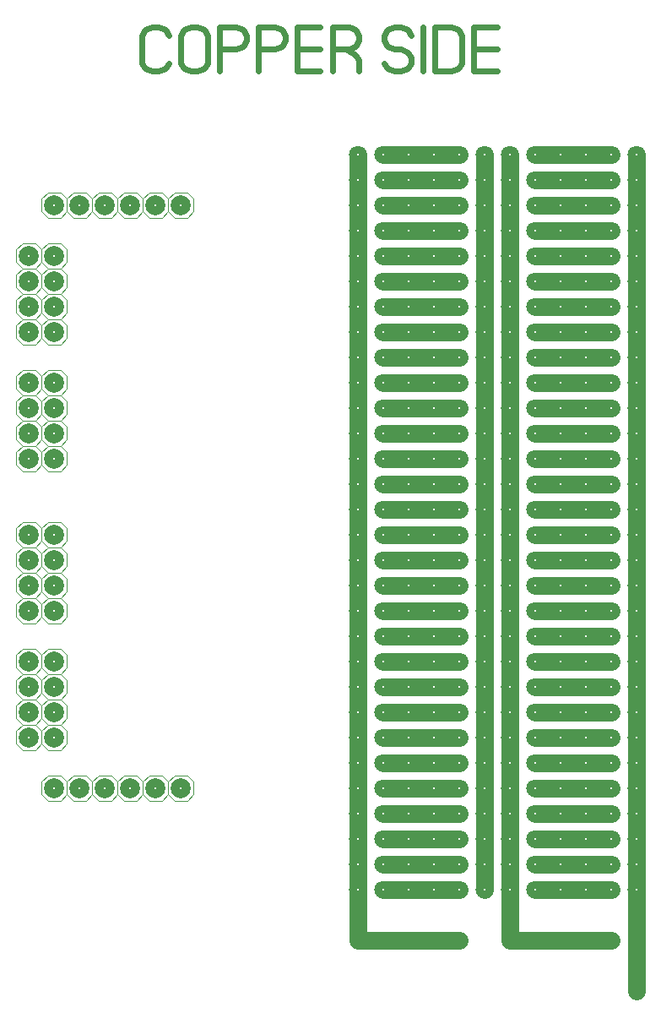
<source format=gbr>
%FSLAX32Y32*%
%MOMM*%
%LNCOPPER2*%
G71*
G01*
%ADD10C, 1.80*%
%ADD11C, 1.80*%
%ADD12C, 1.80*%
%ADD13C, 0.10*%
%ADD14C, 2.00*%
%ADD15C, 0.56*%
%ADD16C, 0.30*%
%LPD*%
X6604Y10474D02*
G54D10*
D03*
X6604Y10220D02*
G54D10*
D03*
X6604Y9966D02*
G54D10*
D03*
X6604Y9712D02*
G54D10*
D03*
X6604Y9458D02*
G54D10*
D03*
X6604Y9204D02*
G54D10*
D03*
X6604Y8950D02*
G54D10*
D03*
X6604Y8696D02*
G54D10*
D03*
X6604Y8442D02*
G54D10*
D03*
X6604Y8188D02*
G54D10*
D03*
X6604Y7934D02*
G54D10*
D03*
X6604Y7680D02*
G54D10*
D03*
X6604Y7426D02*
G54D10*
D03*
X6604Y7172D02*
G54D10*
D03*
X6604Y6918D02*
G54D10*
D03*
X6604Y6664D02*
G54D10*
D03*
X6604Y6410D02*
G54D10*
D03*
X6604Y6156D02*
G54D10*
D03*
X6604Y5902D02*
G54D10*
D03*
X6604Y5648D02*
G54D10*
D03*
X6604Y5394D02*
G54D10*
D03*
X6604Y5140D02*
G54D10*
D03*
X6604Y4886D02*
G54D10*
D03*
X6604Y4632D02*
G54D10*
D03*
X6604Y4378D02*
G54D10*
D03*
X6604Y4124D02*
G54D10*
D03*
X6604Y3870D02*
G54D10*
D03*
X6604Y3616D02*
G54D10*
D03*
X6604Y3362D02*
G54D10*
D03*
X6604Y3108D02*
G54D10*
D03*
X6858Y10474D02*
G54D10*
D03*
X6858Y10220D02*
G54D10*
D03*
X6858Y9966D02*
G54D10*
D03*
X6858Y9712D02*
G54D10*
D03*
X6858Y9458D02*
G54D10*
D03*
X6858Y9204D02*
G54D10*
D03*
X6858Y8950D02*
G54D10*
D03*
X6858Y8696D02*
G54D10*
D03*
X6858Y8442D02*
G54D10*
D03*
X6858Y8188D02*
G54D10*
D03*
X6858Y7934D02*
G54D10*
D03*
X6858Y7680D02*
G54D10*
D03*
X6858Y7426D02*
G54D10*
D03*
X6858Y7172D02*
G54D10*
D03*
X6858Y6918D02*
G54D10*
D03*
X6858Y6664D02*
G54D10*
D03*
X6858Y6410D02*
G54D10*
D03*
X6858Y6156D02*
G54D10*
D03*
X6858Y5902D02*
G54D10*
D03*
X6858Y5648D02*
G54D10*
D03*
X6858Y5394D02*
G54D10*
D03*
X6858Y5140D02*
G54D10*
D03*
X6858Y4886D02*
G54D10*
D03*
X6858Y4632D02*
G54D10*
D03*
X6858Y4378D02*
G54D10*
D03*
X6858Y4124D02*
G54D10*
D03*
X6858Y3870D02*
G54D10*
D03*
X6858Y3616D02*
G54D10*
D03*
X6858Y3362D02*
G54D10*
D03*
X6858Y3108D02*
G54D10*
D03*
G54D11*
X6604Y10476D02*
X6604Y3110D01*
G54D11*
X6858Y10476D02*
X6858Y3110D01*
X6350Y10476D02*
G54D12*
D03*
X6096Y10476D02*
G54D12*
D03*
X5842Y10476D02*
G54D12*
D03*
X5588Y10476D02*
G54D12*
D03*
G54D11*
X5588Y10476D02*
X6350Y10476D01*
X6350Y10222D02*
G54D12*
D03*
X6096Y10222D02*
G54D12*
D03*
X5842Y10222D02*
G54D12*
D03*
X5588Y10222D02*
G54D12*
D03*
G54D11*
X5588Y10222D02*
X6350Y10222D01*
X6350Y9968D02*
G54D12*
D03*
X6096Y9968D02*
G54D12*
D03*
X5842Y9968D02*
G54D12*
D03*
X5588Y9968D02*
G54D12*
D03*
G54D11*
X5588Y9968D02*
X6350Y9968D01*
X6350Y9714D02*
G54D12*
D03*
X6096Y9714D02*
G54D12*
D03*
X5842Y9714D02*
G54D12*
D03*
X5588Y9714D02*
G54D12*
D03*
G54D11*
X5588Y9714D02*
X6350Y9714D01*
X6350Y9460D02*
G54D12*
D03*
X6096Y9460D02*
G54D12*
D03*
X5842Y9460D02*
G54D12*
D03*
X5588Y9460D02*
G54D12*
D03*
G54D11*
X5588Y9460D02*
X6350Y9460D01*
X6350Y9206D02*
G54D12*
D03*
X6096Y9206D02*
G54D12*
D03*
X5842Y9206D02*
G54D12*
D03*
X5588Y9206D02*
G54D12*
D03*
G54D11*
X5588Y9206D02*
X6350Y9206D01*
X6350Y8952D02*
G54D12*
D03*
X6096Y8952D02*
G54D12*
D03*
X5842Y8952D02*
G54D12*
D03*
X5588Y8952D02*
G54D12*
D03*
G54D11*
X5588Y8952D02*
X6350Y8952D01*
X6350Y8698D02*
G54D12*
D03*
X6096Y8698D02*
G54D12*
D03*
X5842Y8698D02*
G54D12*
D03*
X5588Y8698D02*
G54D12*
D03*
G54D11*
X5588Y8698D02*
X6350Y8698D01*
X6350Y8444D02*
G54D12*
D03*
X6096Y8444D02*
G54D12*
D03*
X5842Y8444D02*
G54D12*
D03*
X5588Y8444D02*
G54D12*
D03*
G54D11*
X5588Y8444D02*
X6350Y8444D01*
X6350Y8190D02*
G54D12*
D03*
X6096Y8190D02*
G54D12*
D03*
X5842Y8190D02*
G54D12*
D03*
X5588Y8190D02*
G54D12*
D03*
G54D11*
X5588Y8190D02*
X6350Y8190D01*
X6350Y7936D02*
G54D12*
D03*
X6096Y7936D02*
G54D12*
D03*
X5842Y7936D02*
G54D12*
D03*
X5588Y7936D02*
G54D12*
D03*
G54D11*
X5588Y7936D02*
X6350Y7936D01*
X6350Y7682D02*
G54D12*
D03*
X6096Y7682D02*
G54D12*
D03*
X5842Y7682D02*
G54D12*
D03*
X5588Y7682D02*
G54D12*
D03*
G54D11*
X5588Y7682D02*
X6350Y7682D01*
X6350Y7428D02*
G54D12*
D03*
X6096Y7428D02*
G54D12*
D03*
X5842Y7428D02*
G54D12*
D03*
X5588Y7428D02*
G54D12*
D03*
G54D11*
X5588Y7428D02*
X6350Y7428D01*
X6350Y7174D02*
G54D12*
D03*
X6096Y7174D02*
G54D12*
D03*
X5842Y7174D02*
G54D12*
D03*
X5588Y7174D02*
G54D12*
D03*
G54D11*
X5588Y7174D02*
X6350Y7174D01*
X6350Y6920D02*
G54D12*
D03*
X6096Y6920D02*
G54D12*
D03*
X5842Y6920D02*
G54D12*
D03*
X5588Y6920D02*
G54D12*
D03*
G54D11*
X5588Y6920D02*
X6350Y6920D01*
X6350Y6666D02*
G54D12*
D03*
X6096Y6666D02*
G54D12*
D03*
X5842Y6666D02*
G54D12*
D03*
X5588Y6666D02*
G54D12*
D03*
G54D11*
X5588Y6666D02*
X6350Y6666D01*
X6350Y6412D02*
G54D12*
D03*
X6096Y6412D02*
G54D12*
D03*
X5842Y6412D02*
G54D12*
D03*
X5588Y6412D02*
G54D12*
D03*
G54D11*
X5588Y6412D02*
X6350Y6412D01*
X6350Y6158D02*
G54D12*
D03*
X6096Y6158D02*
G54D12*
D03*
X5842Y6158D02*
G54D12*
D03*
X5588Y6158D02*
G54D12*
D03*
G54D11*
X5588Y6158D02*
X6350Y6158D01*
X6350Y5904D02*
G54D12*
D03*
X6096Y5904D02*
G54D12*
D03*
X5842Y5904D02*
G54D12*
D03*
X5588Y5904D02*
G54D12*
D03*
G54D11*
X5588Y5904D02*
X6350Y5904D01*
X6350Y5650D02*
G54D12*
D03*
X6096Y5650D02*
G54D12*
D03*
X5842Y5650D02*
G54D12*
D03*
X5588Y5650D02*
G54D12*
D03*
G54D11*
X5588Y5650D02*
X6350Y5650D01*
X6350Y5396D02*
G54D12*
D03*
X6096Y5396D02*
G54D12*
D03*
X5842Y5396D02*
G54D12*
D03*
X5588Y5396D02*
G54D12*
D03*
G54D11*
X5588Y5396D02*
X6350Y5396D01*
X6350Y5142D02*
G54D12*
D03*
X6096Y5142D02*
G54D12*
D03*
X5842Y5142D02*
G54D12*
D03*
X5588Y5142D02*
G54D12*
D03*
G54D11*
X5588Y5142D02*
X6350Y5142D01*
X6350Y4888D02*
G54D12*
D03*
X6096Y4888D02*
G54D12*
D03*
X5842Y4888D02*
G54D12*
D03*
X5588Y4888D02*
G54D12*
D03*
G54D11*
X5588Y4888D02*
X6350Y4888D01*
X6350Y4634D02*
G54D12*
D03*
X6096Y4634D02*
G54D12*
D03*
X5842Y4634D02*
G54D12*
D03*
X5588Y4634D02*
G54D12*
D03*
G54D11*
X5588Y4634D02*
X6350Y4634D01*
X6350Y4380D02*
G54D12*
D03*
X6096Y4380D02*
G54D12*
D03*
X5842Y4380D02*
G54D12*
D03*
X5588Y4380D02*
G54D12*
D03*
G54D11*
X5588Y4380D02*
X6350Y4380D01*
X6350Y4126D02*
G54D12*
D03*
X6096Y4126D02*
G54D12*
D03*
X5842Y4126D02*
G54D12*
D03*
X5588Y4126D02*
G54D12*
D03*
G54D11*
X5588Y4126D02*
X6350Y4126D01*
X6350Y3872D02*
G54D12*
D03*
X6096Y3872D02*
G54D12*
D03*
X5842Y3872D02*
G54D12*
D03*
X5588Y3872D02*
G54D12*
D03*
G54D11*
X5588Y3872D02*
X6350Y3872D01*
X6350Y3618D02*
G54D12*
D03*
X6096Y3618D02*
G54D12*
D03*
X5842Y3618D02*
G54D12*
D03*
X5588Y3618D02*
G54D12*
D03*
G54D11*
X5588Y3618D02*
X6350Y3618D01*
X6350Y3364D02*
G54D12*
D03*
X6096Y3364D02*
G54D12*
D03*
X5842Y3364D02*
G54D12*
D03*
X5588Y3364D02*
G54D12*
D03*
G54D11*
X5588Y3364D02*
X6350Y3364D01*
X6350Y3110D02*
G54D12*
D03*
X6096Y3110D02*
G54D12*
D03*
X5842Y3110D02*
G54D12*
D03*
X5588Y3110D02*
G54D12*
D03*
G54D11*
X5588Y3110D02*
X6350Y3110D01*
X7874Y10476D02*
G54D12*
D03*
X7620Y10476D02*
G54D12*
D03*
X7366Y10476D02*
G54D12*
D03*
X7112Y10476D02*
G54D12*
D03*
G54D11*
X7112Y10476D02*
X7874Y10476D01*
X7874Y10222D02*
G54D12*
D03*
X7620Y10222D02*
G54D12*
D03*
X7366Y10222D02*
G54D12*
D03*
X7112Y10222D02*
G54D12*
D03*
G54D11*
X7112Y10222D02*
X7874Y10222D01*
X7874Y9968D02*
G54D12*
D03*
X7620Y9968D02*
G54D12*
D03*
X7366Y9968D02*
G54D12*
D03*
X7112Y9968D02*
G54D12*
D03*
G54D11*
X7112Y9968D02*
X7874Y9968D01*
X7874Y9714D02*
G54D12*
D03*
X7620Y9714D02*
G54D12*
D03*
X7366Y9714D02*
G54D12*
D03*
X7112Y9714D02*
G54D12*
D03*
G54D11*
X7112Y9714D02*
X7874Y9714D01*
X7874Y9460D02*
G54D12*
D03*
X7620Y9460D02*
G54D12*
D03*
X7366Y9460D02*
G54D12*
D03*
X7112Y9460D02*
G54D12*
D03*
G54D11*
X7112Y9460D02*
X7874Y9460D01*
X7874Y9206D02*
G54D12*
D03*
X7620Y9206D02*
G54D12*
D03*
X7366Y9206D02*
G54D12*
D03*
X7112Y9206D02*
G54D12*
D03*
G54D11*
X7112Y9206D02*
X7874Y9206D01*
X7874Y8952D02*
G54D12*
D03*
X7620Y8952D02*
G54D12*
D03*
X7366Y8952D02*
G54D12*
D03*
X7112Y8952D02*
G54D12*
D03*
G54D11*
X7112Y8952D02*
X7874Y8952D01*
X7874Y8698D02*
G54D12*
D03*
X7620Y8698D02*
G54D12*
D03*
X7366Y8698D02*
G54D12*
D03*
X7112Y8698D02*
G54D12*
D03*
G54D11*
X7112Y8698D02*
X7874Y8698D01*
X7874Y8444D02*
G54D12*
D03*
X7620Y8444D02*
G54D12*
D03*
X7366Y8444D02*
G54D12*
D03*
X7112Y8444D02*
G54D12*
D03*
G54D11*
X7112Y8444D02*
X7874Y8444D01*
X7874Y8190D02*
G54D12*
D03*
X7620Y8190D02*
G54D12*
D03*
X7366Y8190D02*
G54D12*
D03*
X7112Y8190D02*
G54D12*
D03*
G54D11*
X7112Y8190D02*
X7874Y8190D01*
X7874Y7936D02*
G54D12*
D03*
X7620Y7936D02*
G54D12*
D03*
X7366Y7936D02*
G54D12*
D03*
X7112Y7936D02*
G54D12*
D03*
G54D11*
X7112Y7936D02*
X7874Y7936D01*
X7874Y7682D02*
G54D12*
D03*
X7620Y7682D02*
G54D12*
D03*
X7366Y7682D02*
G54D12*
D03*
X7112Y7682D02*
G54D12*
D03*
G54D11*
X7112Y7682D02*
X7874Y7682D01*
X7874Y7428D02*
G54D12*
D03*
X7620Y7428D02*
G54D12*
D03*
X7366Y7428D02*
G54D12*
D03*
X7112Y7428D02*
G54D12*
D03*
G54D11*
X7112Y7428D02*
X7874Y7428D01*
X7874Y7174D02*
G54D12*
D03*
X7620Y7174D02*
G54D12*
D03*
X7366Y7174D02*
G54D12*
D03*
X7112Y7174D02*
G54D12*
D03*
G54D11*
X7112Y7174D02*
X7874Y7174D01*
X7874Y6920D02*
G54D12*
D03*
X7620Y6920D02*
G54D12*
D03*
X7366Y6920D02*
G54D12*
D03*
X7112Y6920D02*
G54D12*
D03*
G54D11*
X7112Y6920D02*
X7874Y6920D01*
X7874Y6666D02*
G54D12*
D03*
X7620Y6666D02*
G54D12*
D03*
X7366Y6666D02*
G54D12*
D03*
X7112Y6666D02*
G54D12*
D03*
G54D11*
X7112Y6666D02*
X7874Y6666D01*
X7874Y6412D02*
G54D12*
D03*
X7620Y6412D02*
G54D12*
D03*
X7366Y6412D02*
G54D12*
D03*
X7112Y6412D02*
G54D12*
D03*
G54D11*
X7112Y6412D02*
X7874Y6412D01*
X7874Y6158D02*
G54D12*
D03*
X7620Y6158D02*
G54D12*
D03*
X7366Y6158D02*
G54D12*
D03*
X7112Y6158D02*
G54D12*
D03*
G54D11*
X7112Y6158D02*
X7874Y6158D01*
X7874Y5904D02*
G54D12*
D03*
X7620Y5904D02*
G54D12*
D03*
X7366Y5904D02*
G54D12*
D03*
X7112Y5904D02*
G54D12*
D03*
G54D11*
X7112Y5904D02*
X7874Y5904D01*
X7874Y5650D02*
G54D12*
D03*
X7620Y5650D02*
G54D12*
D03*
X7366Y5650D02*
G54D12*
D03*
X7112Y5650D02*
G54D12*
D03*
G54D11*
X7112Y5650D02*
X7874Y5650D01*
X7874Y5396D02*
G54D12*
D03*
X7620Y5396D02*
G54D12*
D03*
X7366Y5396D02*
G54D12*
D03*
X7112Y5396D02*
G54D12*
D03*
G54D11*
X7112Y5396D02*
X7874Y5396D01*
X7874Y5142D02*
G54D12*
D03*
X7620Y5142D02*
G54D12*
D03*
X7366Y5142D02*
G54D12*
D03*
X7112Y5142D02*
G54D12*
D03*
G54D11*
X7112Y5142D02*
X7874Y5142D01*
X7874Y4888D02*
G54D12*
D03*
X7620Y4888D02*
G54D12*
D03*
X7366Y4888D02*
G54D12*
D03*
X7112Y4888D02*
G54D12*
D03*
G54D11*
X7112Y4888D02*
X7874Y4888D01*
X7874Y4634D02*
G54D12*
D03*
X7620Y4634D02*
G54D12*
D03*
X7366Y4634D02*
G54D12*
D03*
X7112Y4634D02*
G54D12*
D03*
G54D11*
X7112Y4634D02*
X7874Y4634D01*
X7874Y4380D02*
G54D12*
D03*
X7620Y4380D02*
G54D12*
D03*
X7366Y4380D02*
G54D12*
D03*
X7112Y4380D02*
G54D12*
D03*
G54D11*
X7112Y4380D02*
X7874Y4380D01*
X7874Y4126D02*
G54D12*
D03*
X7620Y4126D02*
G54D12*
D03*
X7366Y4126D02*
G54D12*
D03*
X7112Y4126D02*
G54D12*
D03*
G54D11*
X7112Y4126D02*
X7874Y4126D01*
X7874Y3872D02*
G54D12*
D03*
X7620Y3872D02*
G54D12*
D03*
X7366Y3872D02*
G54D12*
D03*
X7112Y3872D02*
G54D12*
D03*
G54D11*
X7112Y3872D02*
X7874Y3872D01*
X7874Y3618D02*
G54D12*
D03*
X7620Y3618D02*
G54D12*
D03*
X7366Y3618D02*
G54D12*
D03*
X7112Y3618D02*
G54D12*
D03*
G54D11*
X7112Y3618D02*
X7874Y3618D01*
X7874Y3364D02*
G54D12*
D03*
X7620Y3364D02*
G54D12*
D03*
X7366Y3364D02*
G54D12*
D03*
X7112Y3364D02*
G54D12*
D03*
G54D11*
X7112Y3364D02*
X7874Y3364D01*
X7874Y3110D02*
G54D12*
D03*
X7620Y3110D02*
G54D12*
D03*
X7366Y3110D02*
G54D12*
D03*
X7112Y3110D02*
G54D12*
D03*
G54D11*
X7112Y3110D02*
X7874Y3110D01*
G54D11*
X6858Y3110D02*
X6858Y2602D01*
X7874Y2602D01*
X5334Y10474D02*
G54D10*
D03*
X5334Y10220D02*
G54D10*
D03*
X5334Y9966D02*
G54D10*
D03*
X5334Y9712D02*
G54D10*
D03*
X5334Y9458D02*
G54D10*
D03*
X5334Y9204D02*
G54D10*
D03*
X5334Y8950D02*
G54D10*
D03*
X5334Y8696D02*
G54D10*
D03*
X5334Y8442D02*
G54D10*
D03*
X5334Y8188D02*
G54D10*
D03*
X5334Y7934D02*
G54D10*
D03*
X5334Y7680D02*
G54D10*
D03*
X5334Y7426D02*
G54D10*
D03*
X5334Y7172D02*
G54D10*
D03*
X5334Y6918D02*
G54D10*
D03*
X5334Y6664D02*
G54D10*
D03*
X5334Y6410D02*
G54D10*
D03*
X5334Y6156D02*
G54D10*
D03*
X5334Y5902D02*
G54D10*
D03*
X5334Y5648D02*
G54D10*
D03*
X5334Y5394D02*
G54D10*
D03*
X5334Y5140D02*
G54D10*
D03*
X5334Y4886D02*
G54D10*
D03*
X5334Y4632D02*
G54D10*
D03*
X5334Y4378D02*
G54D10*
D03*
X5334Y4124D02*
G54D10*
D03*
X5334Y3870D02*
G54D10*
D03*
X5334Y3616D02*
G54D10*
D03*
X5334Y3362D02*
G54D10*
D03*
X5334Y3108D02*
G54D10*
D03*
G54D11*
X5334Y10476D02*
X5334Y3110D01*
G54D11*
X5334Y3110D02*
X5334Y2602D01*
X6350Y2602D01*
X8128Y10474D02*
G54D10*
D03*
X8128Y10220D02*
G54D10*
D03*
X8128Y9966D02*
G54D10*
D03*
X8128Y9712D02*
G54D10*
D03*
X8128Y9458D02*
G54D10*
D03*
X8128Y9204D02*
G54D10*
D03*
X8128Y8950D02*
G54D10*
D03*
X8128Y8696D02*
G54D10*
D03*
X8128Y8442D02*
G54D10*
D03*
X8128Y8188D02*
G54D10*
D03*
X8128Y7934D02*
G54D10*
D03*
X8128Y7680D02*
G54D10*
D03*
X8128Y7426D02*
G54D10*
D03*
X8128Y7172D02*
G54D10*
D03*
X8128Y6918D02*
G54D10*
D03*
X8128Y6664D02*
G54D10*
D03*
X8128Y6410D02*
G54D10*
D03*
X8128Y6156D02*
G54D10*
D03*
X8128Y5902D02*
G54D10*
D03*
X8128Y5648D02*
G54D10*
D03*
X8128Y5394D02*
G54D10*
D03*
X8128Y5140D02*
G54D10*
D03*
X8128Y4886D02*
G54D10*
D03*
X8128Y4632D02*
G54D10*
D03*
X8128Y4378D02*
G54D10*
D03*
X8128Y4124D02*
G54D10*
D03*
X8128Y3870D02*
G54D10*
D03*
X8128Y3616D02*
G54D10*
D03*
X8128Y3362D02*
G54D10*
D03*
X8128Y3108D02*
G54D10*
D03*
G54D11*
X8128Y10476D02*
X8128Y2094D01*
G54D11*
X5334Y10476D02*
X5334Y2602D01*
G54D13*
X3683Y10032D02*
X3620Y10095D01*
X3492Y10095D01*
X3429Y10032D01*
X3429Y9904D01*
X3492Y9841D01*
X3620Y9841D01*
X3683Y9904D01*
X3683Y10032D01*
G54D13*
X3429Y10032D02*
X3366Y10095D01*
X3238Y10095D01*
X3175Y10032D01*
X3175Y9904D01*
X3238Y9841D01*
X3366Y9841D01*
X3429Y9904D01*
X3429Y10032D01*
G54D13*
X3175Y10032D02*
X3112Y10095D01*
X2984Y10095D01*
X2921Y10032D01*
X2921Y9904D01*
X2984Y9841D01*
X3112Y9841D01*
X3175Y9904D01*
X3175Y10032D01*
G54D13*
X2921Y10032D02*
X2858Y10095D01*
X2730Y10095D01*
X2667Y10032D01*
X2667Y9904D01*
X2730Y9841D01*
X2858Y9841D01*
X2921Y9904D01*
X2921Y10032D01*
G54D13*
X2667Y10032D02*
X2604Y10095D01*
X2476Y10095D01*
X2413Y10032D01*
X2413Y9904D01*
X2476Y9841D01*
X2604Y9841D01*
X2667Y9904D01*
X2667Y10032D01*
G54D13*
X2413Y10032D02*
X2350Y10095D01*
X2222Y10095D01*
X2159Y10032D01*
X2159Y9904D01*
X2222Y9841D01*
X2350Y9841D01*
X2413Y9904D01*
X2413Y10032D01*
X3556Y9968D02*
G54D14*
D03*
X3302Y9968D02*
G54D14*
D03*
X3048Y9968D02*
G54D14*
D03*
X2794Y9968D02*
G54D14*
D03*
X2540Y9968D02*
G54D14*
D03*
X2286Y9968D02*
G54D14*
D03*
G54D15*
X3433Y11389D02*
X3399Y11334D01*
X3333Y11306D01*
X3266Y11306D01*
X3199Y11334D01*
X3166Y11389D01*
X3166Y11667D01*
X3199Y11723D01*
X3266Y11750D01*
X3333Y11750D01*
X3399Y11723D01*
X3433Y11667D01*
G54D15*
X3822Y11667D02*
X3822Y11389D01*
X3788Y11334D01*
X3722Y11306D01*
X3655Y11306D01*
X3588Y11334D01*
X3555Y11389D01*
X3555Y11667D01*
X3588Y11723D01*
X3655Y11750D01*
X3722Y11750D01*
X3788Y11723D01*
X3822Y11667D01*
G54D15*
X3944Y11306D02*
X3944Y11750D01*
X4111Y11750D01*
X4177Y11723D01*
X4211Y11667D01*
X4211Y11612D01*
X4177Y11556D01*
X4111Y11528D01*
X3944Y11528D01*
G54D15*
X4333Y11306D02*
X4333Y11750D01*
X4500Y11750D01*
X4566Y11723D01*
X4600Y11667D01*
X4600Y11612D01*
X4566Y11556D01*
X4500Y11528D01*
X4333Y11528D01*
G54D15*
X4955Y11306D02*
X4722Y11306D01*
X4722Y11750D01*
X4955Y11750D01*
G54D15*
X4722Y11528D02*
X4955Y11528D01*
G54D15*
X5210Y11528D02*
X5310Y11473D01*
X5344Y11417D01*
X5344Y11306D01*
G54D15*
X5077Y11306D02*
X5077Y11750D01*
X5244Y11750D01*
X5310Y11723D01*
X5344Y11667D01*
X5344Y11612D01*
X5310Y11556D01*
X5244Y11528D01*
X5077Y11528D01*
G54D15*
X5595Y11389D02*
X5628Y11334D01*
X5695Y11306D01*
X5762Y11306D01*
X5828Y11334D01*
X5862Y11389D01*
X5862Y11445D01*
X5828Y11500D01*
X5762Y11528D01*
X5695Y11528D01*
X5628Y11556D01*
X5595Y11612D01*
X5595Y11667D01*
X5628Y11723D01*
X5695Y11750D01*
X5762Y11750D01*
X5828Y11723D01*
X5862Y11667D01*
G54D15*
X5984Y11306D02*
X5984Y11750D01*
G54D15*
X6106Y11306D02*
X6106Y11750D01*
X6273Y11750D01*
X6339Y11723D01*
X6373Y11667D01*
X6373Y11389D01*
X6339Y11334D01*
X6273Y11306D01*
X6106Y11306D01*
G54D15*
X6728Y11306D02*
X6495Y11306D01*
X6495Y11750D01*
X6728Y11750D01*
G54D15*
X6495Y11528D02*
X6728Y11528D01*
G54D13*
X2350Y9587D02*
X2413Y9524D01*
X2413Y9396D01*
X2350Y9333D01*
X2222Y9333D01*
X2159Y9396D01*
X2159Y9524D01*
X2222Y9587D01*
X2350Y9587D01*
G54D13*
X2096Y9587D02*
X2159Y9524D01*
X2159Y9396D01*
X2096Y9333D01*
X1968Y9333D01*
X1905Y9396D01*
X1905Y9524D01*
X1968Y9587D01*
X2096Y9587D01*
G54D13*
X2350Y9333D02*
X2413Y9270D01*
X2413Y9142D01*
X2350Y9079D01*
X2222Y9079D01*
X2159Y9142D01*
X2159Y9270D01*
X2222Y9333D01*
X2350Y9333D01*
G54D13*
X2096Y9333D02*
X2159Y9270D01*
X2159Y9142D01*
X2096Y9079D01*
X1968Y9079D01*
X1905Y9142D01*
X1905Y9270D01*
X1968Y9333D01*
X2096Y9333D01*
G54D13*
X2350Y9079D02*
X2413Y9016D01*
X2413Y8888D01*
X2350Y8825D01*
X2222Y8825D01*
X2159Y8888D01*
X2159Y9016D01*
X2222Y9079D01*
X2350Y9079D01*
G54D13*
X2096Y9079D02*
X2159Y9016D01*
X2159Y8888D01*
X2096Y8825D01*
X1968Y8825D01*
X1905Y8888D01*
X1905Y9016D01*
X1968Y9079D01*
X2096Y9079D01*
G54D13*
X2350Y8825D02*
X2413Y8762D01*
X2413Y8634D01*
X2350Y8571D01*
X2222Y8571D01*
X2159Y8634D01*
X2159Y8762D01*
X2222Y8825D01*
X2350Y8825D01*
G54D13*
X2096Y8825D02*
X2159Y8762D01*
X2159Y8634D01*
X2096Y8571D01*
X1968Y8571D01*
X1905Y8634D01*
X1905Y8762D01*
X1968Y8825D01*
X2096Y8825D01*
X2286Y9460D02*
G54D14*
D03*
X2032Y9460D02*
G54D14*
D03*
X2286Y9206D02*
G54D14*
D03*
X2032Y9206D02*
G54D14*
D03*
X2286Y8952D02*
G54D14*
D03*
X2032Y8952D02*
G54D14*
D03*
X2286Y8698D02*
G54D14*
D03*
X2032Y8698D02*
G54D14*
D03*
G54D13*
X2350Y8317D02*
X2413Y8254D01*
X2413Y8126D01*
X2350Y8063D01*
X2222Y8063D01*
X2159Y8126D01*
X2159Y8254D01*
X2222Y8317D01*
X2350Y8317D01*
G54D13*
X2096Y8317D02*
X2159Y8254D01*
X2159Y8126D01*
X2096Y8063D01*
X1968Y8063D01*
X1905Y8126D01*
X1905Y8254D01*
X1968Y8317D01*
X2096Y8317D01*
G54D13*
X2350Y8063D02*
X2413Y8000D01*
X2413Y7872D01*
X2350Y7809D01*
X2222Y7809D01*
X2159Y7872D01*
X2159Y8000D01*
X2222Y8063D01*
X2350Y8063D01*
G54D13*
X2096Y8063D02*
X2159Y8000D01*
X2159Y7872D01*
X2096Y7809D01*
X1968Y7809D01*
X1905Y7872D01*
X1905Y8000D01*
X1968Y8063D01*
X2096Y8063D01*
G54D13*
X2350Y7809D02*
X2413Y7746D01*
X2413Y7618D01*
X2350Y7555D01*
X2222Y7555D01*
X2159Y7618D01*
X2159Y7746D01*
X2222Y7809D01*
X2350Y7809D01*
G54D13*
X2096Y7809D02*
X2159Y7746D01*
X2159Y7618D01*
X2096Y7555D01*
X1968Y7555D01*
X1905Y7618D01*
X1905Y7746D01*
X1968Y7809D01*
X2096Y7809D01*
G54D13*
X2350Y7555D02*
X2413Y7492D01*
X2413Y7364D01*
X2350Y7301D01*
X2222Y7301D01*
X2159Y7364D01*
X2159Y7492D01*
X2222Y7555D01*
X2350Y7555D01*
G54D13*
X2096Y7555D02*
X2159Y7492D01*
X2159Y7364D01*
X2096Y7301D01*
X1968Y7301D01*
X1905Y7364D01*
X1905Y7492D01*
X1968Y7555D01*
X2096Y7555D01*
X2286Y8190D02*
G54D14*
D03*
X2032Y8190D02*
G54D14*
D03*
X2286Y7936D02*
G54D14*
D03*
X2032Y7936D02*
G54D14*
D03*
X2286Y7682D02*
G54D14*
D03*
X2032Y7682D02*
G54D14*
D03*
X2286Y7428D02*
G54D14*
D03*
X2032Y7428D02*
G54D14*
D03*
G54D13*
X2350Y6793D02*
X2413Y6730D01*
X2413Y6602D01*
X2350Y6539D01*
X2222Y6539D01*
X2159Y6602D01*
X2159Y6730D01*
X2222Y6793D01*
X2350Y6793D01*
G54D13*
X2096Y6793D02*
X2159Y6730D01*
X2159Y6602D01*
X2096Y6539D01*
X1968Y6539D01*
X1905Y6602D01*
X1905Y6730D01*
X1968Y6793D01*
X2096Y6793D01*
G54D13*
X2350Y6539D02*
X2413Y6476D01*
X2413Y6348D01*
X2350Y6285D01*
X2222Y6285D01*
X2159Y6348D01*
X2159Y6476D01*
X2222Y6539D01*
X2350Y6539D01*
G54D13*
X2096Y6539D02*
X2159Y6476D01*
X2159Y6348D01*
X2096Y6285D01*
X1968Y6285D01*
X1905Y6348D01*
X1905Y6476D01*
X1968Y6539D01*
X2096Y6539D01*
G54D13*
X2350Y6285D02*
X2413Y6222D01*
X2413Y6094D01*
X2350Y6031D01*
X2222Y6031D01*
X2159Y6094D01*
X2159Y6222D01*
X2222Y6285D01*
X2350Y6285D01*
G54D13*
X2096Y6285D02*
X2159Y6222D01*
X2159Y6094D01*
X2096Y6031D01*
X1968Y6031D01*
X1905Y6094D01*
X1905Y6222D01*
X1968Y6285D01*
X2096Y6285D01*
G54D13*
X2350Y6031D02*
X2413Y5968D01*
X2413Y5840D01*
X2350Y5777D01*
X2222Y5777D01*
X2159Y5840D01*
X2159Y5968D01*
X2222Y6031D01*
X2350Y6031D01*
G54D13*
X2096Y6031D02*
X2159Y5968D01*
X2159Y5840D01*
X2096Y5777D01*
X1968Y5777D01*
X1905Y5840D01*
X1905Y5968D01*
X1968Y6031D01*
X2096Y6031D01*
X2286Y6666D02*
G54D14*
D03*
X2032Y6666D02*
G54D14*
D03*
X2286Y6412D02*
G54D14*
D03*
X2032Y6412D02*
G54D14*
D03*
X2286Y6158D02*
G54D14*
D03*
X2032Y6158D02*
G54D14*
D03*
X2286Y5904D02*
G54D14*
D03*
X2032Y5904D02*
G54D14*
D03*
G54D13*
X2350Y5523D02*
X2413Y5460D01*
X2413Y5332D01*
X2350Y5269D01*
X2222Y5269D01*
X2159Y5332D01*
X2159Y5460D01*
X2222Y5523D01*
X2350Y5523D01*
G54D13*
X2096Y5523D02*
X2159Y5460D01*
X2159Y5332D01*
X2096Y5269D01*
X1968Y5269D01*
X1905Y5332D01*
X1905Y5460D01*
X1968Y5523D01*
X2096Y5523D01*
G54D13*
X2350Y5269D02*
X2413Y5206D01*
X2413Y5078D01*
X2350Y5015D01*
X2222Y5015D01*
X2159Y5078D01*
X2159Y5206D01*
X2222Y5269D01*
X2350Y5269D01*
G54D13*
X2096Y5269D02*
X2159Y5206D01*
X2159Y5078D01*
X2096Y5015D01*
X1968Y5015D01*
X1905Y5078D01*
X1905Y5206D01*
X1968Y5269D01*
X2096Y5269D01*
G54D13*
X2350Y5015D02*
X2413Y4952D01*
X2413Y4824D01*
X2350Y4761D01*
X2222Y4761D01*
X2159Y4824D01*
X2159Y4952D01*
X2222Y5015D01*
X2350Y5015D01*
G54D13*
X2096Y5015D02*
X2159Y4952D01*
X2159Y4824D01*
X2096Y4761D01*
X1968Y4761D01*
X1905Y4824D01*
X1905Y4952D01*
X1968Y5015D01*
X2096Y5015D01*
G54D13*
X2350Y4761D02*
X2413Y4698D01*
X2413Y4570D01*
X2350Y4507D01*
X2222Y4507D01*
X2159Y4570D01*
X2159Y4698D01*
X2222Y4761D01*
X2350Y4761D01*
G54D13*
X2096Y4761D02*
X2159Y4698D01*
X2159Y4570D01*
X2096Y4507D01*
X1968Y4507D01*
X1905Y4570D01*
X1905Y4698D01*
X1968Y4761D01*
X2096Y4761D01*
X2286Y5396D02*
G54D14*
D03*
X2032Y5396D02*
G54D14*
D03*
X2286Y5142D02*
G54D14*
D03*
X2032Y5142D02*
G54D14*
D03*
X2286Y4888D02*
G54D14*
D03*
X2032Y4888D02*
G54D14*
D03*
X2286Y4634D02*
G54D14*
D03*
X2032Y4634D02*
G54D14*
D03*
G54D13*
X3683Y4190D02*
X3620Y4253D01*
X3492Y4253D01*
X3429Y4190D01*
X3429Y4062D01*
X3492Y3999D01*
X3620Y3999D01*
X3683Y4062D01*
X3683Y4190D01*
G54D13*
X3429Y4190D02*
X3366Y4253D01*
X3238Y4253D01*
X3175Y4190D01*
X3175Y4062D01*
X3238Y3999D01*
X3366Y3999D01*
X3429Y4062D01*
X3429Y4190D01*
G54D13*
X3175Y4190D02*
X3112Y4253D01*
X2984Y4253D01*
X2921Y4190D01*
X2921Y4062D01*
X2984Y3999D01*
X3112Y3999D01*
X3175Y4062D01*
X3175Y4190D01*
G54D13*
X2921Y4190D02*
X2858Y4253D01*
X2730Y4253D01*
X2667Y4190D01*
X2667Y4062D01*
X2730Y3999D01*
X2858Y3999D01*
X2921Y4062D01*
X2921Y4190D01*
G54D13*
X2667Y4190D02*
X2604Y4253D01*
X2476Y4253D01*
X2413Y4190D01*
X2413Y4062D01*
X2476Y3999D01*
X2604Y3999D01*
X2667Y4062D01*
X2667Y4190D01*
G54D13*
X2413Y4190D02*
X2350Y4253D01*
X2222Y4253D01*
X2159Y4190D01*
X2159Y4062D01*
X2222Y3999D01*
X2350Y3999D01*
X2413Y4062D01*
X2413Y4190D01*
X3556Y4126D02*
G54D14*
D03*
X3302Y4126D02*
G54D14*
D03*
X3048Y4126D02*
G54D14*
D03*
X2794Y4126D02*
G54D14*
D03*
X2540Y4126D02*
G54D14*
D03*
X2286Y4126D02*
G54D14*
D03*
%LNAUGENFREISTANZEN*%
%LPC*%
X6604Y10474D02*
G54D16*
D03*
X6604Y10220D02*
G54D16*
D03*
X6604Y9966D02*
G54D16*
D03*
X6604Y9712D02*
G54D16*
D03*
X6604Y9458D02*
G54D16*
D03*
X6604Y9204D02*
G54D16*
D03*
X6604Y8950D02*
G54D16*
D03*
X6604Y8696D02*
G54D16*
D03*
X6604Y8442D02*
G54D16*
D03*
X6604Y8188D02*
G54D16*
D03*
X6604Y7934D02*
G54D16*
D03*
X6604Y7680D02*
G54D16*
D03*
X6604Y7426D02*
G54D16*
D03*
X6604Y7172D02*
G54D16*
D03*
X6604Y6918D02*
G54D16*
D03*
X6604Y6664D02*
G54D16*
D03*
X6604Y6410D02*
G54D16*
D03*
X6604Y6156D02*
G54D16*
D03*
X6604Y5902D02*
G54D16*
D03*
X6604Y5648D02*
G54D16*
D03*
X6604Y5394D02*
G54D16*
D03*
X6604Y5140D02*
G54D16*
D03*
X6604Y4886D02*
G54D16*
D03*
X6604Y4632D02*
G54D16*
D03*
X6604Y4378D02*
G54D16*
D03*
X6604Y4124D02*
G54D16*
D03*
X6604Y3870D02*
G54D16*
D03*
X6604Y3616D02*
G54D16*
D03*
X6604Y3362D02*
G54D16*
D03*
X6604Y3108D02*
G54D16*
D03*
X6858Y10474D02*
G54D16*
D03*
X6858Y10220D02*
G54D16*
D03*
X6858Y9966D02*
G54D16*
D03*
X6858Y9712D02*
G54D16*
D03*
X6858Y9458D02*
G54D16*
D03*
X6858Y9204D02*
G54D16*
D03*
X6858Y8950D02*
G54D16*
D03*
X6858Y8696D02*
G54D16*
D03*
X6858Y8442D02*
G54D16*
D03*
X6858Y8188D02*
G54D16*
D03*
X6858Y7934D02*
G54D16*
D03*
X6858Y7680D02*
G54D16*
D03*
X6858Y7426D02*
G54D16*
D03*
X6858Y7172D02*
G54D16*
D03*
X6858Y6918D02*
G54D16*
D03*
X6858Y6664D02*
G54D16*
D03*
X6858Y6410D02*
G54D16*
D03*
X6858Y6156D02*
G54D16*
D03*
X6858Y5902D02*
G54D16*
D03*
X6858Y5648D02*
G54D16*
D03*
X6858Y5394D02*
G54D16*
D03*
X6858Y5140D02*
G54D16*
D03*
X6858Y4886D02*
G54D16*
D03*
X6858Y4632D02*
G54D16*
D03*
X6858Y4378D02*
G54D16*
D03*
X6858Y4124D02*
G54D16*
D03*
X6858Y3870D02*
G54D16*
D03*
X6858Y3616D02*
G54D16*
D03*
X6858Y3362D02*
G54D16*
D03*
X6858Y3108D02*
G54D16*
D03*
X6350Y10476D02*
G54D16*
D03*
X6096Y10476D02*
G54D16*
D03*
X5842Y10476D02*
G54D16*
D03*
X5588Y10476D02*
G54D16*
D03*
X6350Y10222D02*
G54D16*
D03*
X6096Y10222D02*
G54D16*
D03*
X5842Y10222D02*
G54D16*
D03*
X5588Y10222D02*
G54D16*
D03*
X6350Y9968D02*
G54D16*
D03*
X6096Y9968D02*
G54D16*
D03*
X5842Y9968D02*
G54D16*
D03*
X5588Y9968D02*
G54D16*
D03*
X6350Y9714D02*
G54D16*
D03*
X6096Y9714D02*
G54D16*
D03*
X5842Y9714D02*
G54D16*
D03*
X5588Y9714D02*
G54D16*
D03*
X6350Y9460D02*
G54D16*
D03*
X6096Y9460D02*
G54D16*
D03*
X5842Y9460D02*
G54D16*
D03*
X5588Y9460D02*
G54D16*
D03*
X6350Y9206D02*
G54D16*
D03*
X6096Y9206D02*
G54D16*
D03*
X5842Y9206D02*
G54D16*
D03*
X5588Y9206D02*
G54D16*
D03*
X6350Y8952D02*
G54D16*
D03*
X6096Y8952D02*
G54D16*
D03*
X5842Y8952D02*
G54D16*
D03*
X5588Y8952D02*
G54D16*
D03*
X6350Y8698D02*
G54D16*
D03*
X6096Y8698D02*
G54D16*
D03*
X5842Y8698D02*
G54D16*
D03*
X5588Y8698D02*
G54D16*
D03*
X6350Y8444D02*
G54D16*
D03*
X6096Y8444D02*
G54D16*
D03*
X5842Y8444D02*
G54D16*
D03*
X5588Y8444D02*
G54D16*
D03*
X6350Y8190D02*
G54D16*
D03*
X6096Y8190D02*
G54D16*
D03*
X5842Y8190D02*
G54D16*
D03*
X5588Y8190D02*
G54D16*
D03*
X6350Y7936D02*
G54D16*
D03*
X6096Y7936D02*
G54D16*
D03*
X5842Y7936D02*
G54D16*
D03*
X5588Y7936D02*
G54D16*
D03*
X6350Y7682D02*
G54D16*
D03*
X6096Y7682D02*
G54D16*
D03*
X5842Y7682D02*
G54D16*
D03*
X5588Y7682D02*
G54D16*
D03*
X6350Y7428D02*
G54D16*
D03*
X6096Y7428D02*
G54D16*
D03*
X5842Y7428D02*
G54D16*
D03*
X5588Y7428D02*
G54D16*
D03*
X6350Y7174D02*
G54D16*
D03*
X6096Y7174D02*
G54D16*
D03*
X5842Y7174D02*
G54D16*
D03*
X5588Y7174D02*
G54D16*
D03*
X6350Y6920D02*
G54D16*
D03*
X6096Y6920D02*
G54D16*
D03*
X5842Y6920D02*
G54D16*
D03*
X5588Y6920D02*
G54D16*
D03*
X6350Y6666D02*
G54D16*
D03*
X6096Y6666D02*
G54D16*
D03*
X5842Y6666D02*
G54D16*
D03*
X5588Y6666D02*
G54D16*
D03*
X6350Y6412D02*
G54D16*
D03*
X6096Y6412D02*
G54D16*
D03*
X5842Y6412D02*
G54D16*
D03*
X5588Y6412D02*
G54D16*
D03*
X6350Y6158D02*
G54D16*
D03*
X6096Y6158D02*
G54D16*
D03*
X5842Y6158D02*
G54D16*
D03*
X5588Y6158D02*
G54D16*
D03*
X6350Y5904D02*
G54D16*
D03*
X6096Y5904D02*
G54D16*
D03*
X5842Y5904D02*
G54D16*
D03*
X5588Y5904D02*
G54D16*
D03*
X6350Y5650D02*
G54D16*
D03*
X6096Y5650D02*
G54D16*
D03*
X5842Y5650D02*
G54D16*
D03*
X5588Y5650D02*
G54D16*
D03*
X6350Y5396D02*
G54D16*
D03*
X6096Y5396D02*
G54D16*
D03*
X5842Y5396D02*
G54D16*
D03*
X5588Y5396D02*
G54D16*
D03*
X6350Y5142D02*
G54D16*
D03*
X6096Y5142D02*
G54D16*
D03*
X5842Y5142D02*
G54D16*
D03*
X5588Y5142D02*
G54D16*
D03*
X6350Y4888D02*
G54D16*
D03*
X6096Y4888D02*
G54D16*
D03*
X5842Y4888D02*
G54D16*
D03*
X5588Y4888D02*
G54D16*
D03*
X6350Y4634D02*
G54D16*
D03*
X6096Y4634D02*
G54D16*
D03*
X5842Y4634D02*
G54D16*
D03*
X5588Y4634D02*
G54D16*
D03*
X6350Y4380D02*
G54D16*
D03*
X6096Y4380D02*
G54D16*
D03*
X5842Y4380D02*
G54D16*
D03*
X5588Y4380D02*
G54D16*
D03*
X6350Y4126D02*
G54D16*
D03*
X6096Y4126D02*
G54D16*
D03*
X5842Y4126D02*
G54D16*
D03*
X5588Y4126D02*
G54D16*
D03*
X6350Y3872D02*
G54D16*
D03*
X6096Y3872D02*
G54D16*
D03*
X5842Y3872D02*
G54D16*
D03*
X5588Y3872D02*
G54D16*
D03*
X6350Y3618D02*
G54D16*
D03*
X6096Y3618D02*
G54D16*
D03*
X5842Y3618D02*
G54D16*
D03*
X5588Y3618D02*
G54D16*
D03*
X6350Y3364D02*
G54D16*
D03*
X6096Y3364D02*
G54D16*
D03*
X5842Y3364D02*
G54D16*
D03*
X5588Y3364D02*
G54D16*
D03*
X6350Y3110D02*
G54D16*
D03*
X6096Y3110D02*
G54D16*
D03*
X5842Y3110D02*
G54D16*
D03*
X5588Y3110D02*
G54D16*
D03*
X7874Y10476D02*
G54D16*
D03*
X7620Y10476D02*
G54D16*
D03*
X7366Y10476D02*
G54D16*
D03*
X7112Y10476D02*
G54D16*
D03*
X7874Y10222D02*
G54D16*
D03*
X7620Y10222D02*
G54D16*
D03*
X7366Y10222D02*
G54D16*
D03*
X7112Y10222D02*
G54D16*
D03*
X7874Y9968D02*
G54D16*
D03*
X7620Y9968D02*
G54D16*
D03*
X7366Y9968D02*
G54D16*
D03*
X7112Y9968D02*
G54D16*
D03*
X7874Y9714D02*
G54D16*
D03*
X7620Y9714D02*
G54D16*
D03*
X7366Y9714D02*
G54D16*
D03*
X7112Y9714D02*
G54D16*
D03*
X7874Y9460D02*
G54D16*
D03*
X7620Y9460D02*
G54D16*
D03*
X7366Y9460D02*
G54D16*
D03*
X7112Y9460D02*
G54D16*
D03*
X7874Y9206D02*
G54D16*
D03*
X7620Y9206D02*
G54D16*
D03*
X7366Y9206D02*
G54D16*
D03*
X7112Y9206D02*
G54D16*
D03*
X7874Y8952D02*
G54D16*
D03*
X7620Y8952D02*
G54D16*
D03*
X7366Y8952D02*
G54D16*
D03*
X7112Y8952D02*
G54D16*
D03*
X7874Y8698D02*
G54D16*
D03*
X7620Y8698D02*
G54D16*
D03*
X7366Y8698D02*
G54D16*
D03*
X7112Y8698D02*
G54D16*
D03*
X7874Y8444D02*
G54D16*
D03*
X7620Y8444D02*
G54D16*
D03*
X7366Y8444D02*
G54D16*
D03*
X7112Y8444D02*
G54D16*
D03*
X7874Y8190D02*
G54D16*
D03*
X7620Y8190D02*
G54D16*
D03*
X7366Y8190D02*
G54D16*
D03*
X7112Y8190D02*
G54D16*
D03*
X7874Y7936D02*
G54D16*
D03*
X7620Y7936D02*
G54D16*
D03*
X7366Y7936D02*
G54D16*
D03*
X7112Y7936D02*
G54D16*
D03*
X7874Y7682D02*
G54D16*
D03*
X7620Y7682D02*
G54D16*
D03*
X7366Y7682D02*
G54D16*
D03*
X7112Y7682D02*
G54D16*
D03*
X7874Y7428D02*
G54D16*
D03*
X7620Y7428D02*
G54D16*
D03*
X7366Y7428D02*
G54D16*
D03*
X7112Y7428D02*
G54D16*
D03*
X7874Y7174D02*
G54D16*
D03*
X7620Y7174D02*
G54D16*
D03*
X7366Y7174D02*
G54D16*
D03*
X7112Y7174D02*
G54D16*
D03*
X7874Y6920D02*
G54D16*
D03*
X7620Y6920D02*
G54D16*
D03*
X7366Y6920D02*
G54D16*
D03*
X7112Y6920D02*
G54D16*
D03*
X7874Y6666D02*
G54D16*
D03*
X7620Y6666D02*
G54D16*
D03*
X7366Y6666D02*
G54D16*
D03*
X7112Y6666D02*
G54D16*
D03*
X7874Y6412D02*
G54D16*
D03*
X7620Y6412D02*
G54D16*
D03*
X7366Y6412D02*
G54D16*
D03*
X7112Y6412D02*
G54D16*
D03*
X7874Y6158D02*
G54D16*
D03*
X7620Y6158D02*
G54D16*
D03*
X7366Y6158D02*
G54D16*
D03*
X7112Y6158D02*
G54D16*
D03*
X7874Y5904D02*
G54D16*
D03*
X7620Y5904D02*
G54D16*
D03*
X7366Y5904D02*
G54D16*
D03*
X7112Y5904D02*
G54D16*
D03*
X7874Y5650D02*
G54D16*
D03*
X7620Y5650D02*
G54D16*
D03*
X7366Y5650D02*
G54D16*
D03*
X7112Y5650D02*
G54D16*
D03*
X7874Y5396D02*
G54D16*
D03*
X7620Y5396D02*
G54D16*
D03*
X7366Y5396D02*
G54D16*
D03*
X7112Y5396D02*
G54D16*
D03*
X7874Y5142D02*
G54D16*
D03*
X7620Y5142D02*
G54D16*
D03*
X7366Y5142D02*
G54D16*
D03*
X7112Y5142D02*
G54D16*
D03*
X7874Y4888D02*
G54D16*
D03*
X7620Y4888D02*
G54D16*
D03*
X7366Y4888D02*
G54D16*
D03*
X7112Y4888D02*
G54D16*
D03*
X7874Y4634D02*
G54D16*
D03*
X7620Y4634D02*
G54D16*
D03*
X7366Y4634D02*
G54D16*
D03*
X7112Y4634D02*
G54D16*
D03*
X7874Y4380D02*
G54D16*
D03*
X7620Y4380D02*
G54D16*
D03*
X7366Y4380D02*
G54D16*
D03*
X7112Y4380D02*
G54D16*
D03*
X7874Y4126D02*
G54D16*
D03*
X7620Y4126D02*
G54D16*
D03*
X7366Y4126D02*
G54D16*
D03*
X7112Y4126D02*
G54D16*
D03*
X7874Y3872D02*
G54D16*
D03*
X7620Y3872D02*
G54D16*
D03*
X7366Y3872D02*
G54D16*
D03*
X7112Y3872D02*
G54D16*
D03*
X7874Y3618D02*
G54D16*
D03*
X7620Y3618D02*
G54D16*
D03*
X7366Y3618D02*
G54D16*
D03*
X7112Y3618D02*
G54D16*
D03*
X7874Y3364D02*
G54D16*
D03*
X7620Y3364D02*
G54D16*
D03*
X7366Y3364D02*
G54D16*
D03*
X7112Y3364D02*
G54D16*
D03*
X7874Y3110D02*
G54D16*
D03*
X7620Y3110D02*
G54D16*
D03*
X7366Y3110D02*
G54D16*
D03*
X7112Y3110D02*
G54D16*
D03*
X5334Y10474D02*
G54D16*
D03*
X5334Y10220D02*
G54D16*
D03*
X5334Y9966D02*
G54D16*
D03*
X5334Y9712D02*
G54D16*
D03*
X5334Y9458D02*
G54D16*
D03*
X5334Y9204D02*
G54D16*
D03*
X5334Y8950D02*
G54D16*
D03*
X5334Y8696D02*
G54D16*
D03*
X5334Y8442D02*
G54D16*
D03*
X5334Y8188D02*
G54D16*
D03*
X5334Y7934D02*
G54D16*
D03*
X5334Y7680D02*
G54D16*
D03*
X5334Y7426D02*
G54D16*
D03*
X5334Y7172D02*
G54D16*
D03*
X5334Y6918D02*
G54D16*
D03*
X5334Y6664D02*
G54D16*
D03*
X5334Y6410D02*
G54D16*
D03*
X5334Y6156D02*
G54D16*
D03*
X5334Y5902D02*
G54D16*
D03*
X5334Y5648D02*
G54D16*
D03*
X5334Y5394D02*
G54D16*
D03*
X5334Y5140D02*
G54D16*
D03*
X5334Y4886D02*
G54D16*
D03*
X5334Y4632D02*
G54D16*
D03*
X5334Y4378D02*
G54D16*
D03*
X5334Y4124D02*
G54D16*
D03*
X5334Y3870D02*
G54D16*
D03*
X5334Y3616D02*
G54D16*
D03*
X5334Y3362D02*
G54D16*
D03*
X5334Y3108D02*
G54D16*
D03*
X8128Y10474D02*
G54D16*
D03*
X8128Y10220D02*
G54D16*
D03*
X8128Y9966D02*
G54D16*
D03*
X8128Y9712D02*
G54D16*
D03*
X8128Y9458D02*
G54D16*
D03*
X8128Y9204D02*
G54D16*
D03*
X8128Y8950D02*
G54D16*
D03*
X8128Y8696D02*
G54D16*
D03*
X8128Y8442D02*
G54D16*
D03*
X8128Y8188D02*
G54D16*
D03*
X8128Y7934D02*
G54D16*
D03*
X8128Y7680D02*
G54D16*
D03*
X8128Y7426D02*
G54D16*
D03*
X8128Y7172D02*
G54D16*
D03*
X8128Y6918D02*
G54D16*
D03*
X8128Y6664D02*
G54D16*
D03*
X8128Y6410D02*
G54D16*
D03*
X8128Y6156D02*
G54D16*
D03*
X8128Y5902D02*
G54D16*
D03*
X8128Y5648D02*
G54D16*
D03*
X8128Y5394D02*
G54D16*
D03*
X8128Y5140D02*
G54D16*
D03*
X8128Y4886D02*
G54D16*
D03*
X8128Y4632D02*
G54D16*
D03*
X8128Y4378D02*
G54D16*
D03*
X8128Y4124D02*
G54D16*
D03*
X8128Y3870D02*
G54D16*
D03*
X8128Y3616D02*
G54D16*
D03*
X8128Y3362D02*
G54D16*
D03*
X8128Y3108D02*
G54D16*
D03*
X3556Y9968D02*
G54D16*
D03*
X3302Y9968D02*
G54D16*
D03*
X3048Y9968D02*
G54D16*
D03*
X2794Y9968D02*
G54D16*
D03*
X2540Y9968D02*
G54D16*
D03*
X2286Y9968D02*
G54D16*
D03*
X2286Y9460D02*
G54D16*
D03*
X2032Y9460D02*
G54D16*
D03*
X2286Y9206D02*
G54D16*
D03*
X2032Y9206D02*
G54D16*
D03*
X2286Y8952D02*
G54D16*
D03*
X2032Y8952D02*
G54D16*
D03*
X2286Y8698D02*
G54D16*
D03*
X2032Y8698D02*
G54D16*
D03*
X2286Y8190D02*
G54D16*
D03*
X2032Y8190D02*
G54D16*
D03*
X2286Y7936D02*
G54D16*
D03*
X2032Y7936D02*
G54D16*
D03*
X2286Y7682D02*
G54D16*
D03*
X2032Y7682D02*
G54D16*
D03*
X2286Y7428D02*
G54D16*
D03*
X2032Y7428D02*
G54D16*
D03*
X2286Y6666D02*
G54D16*
D03*
X2032Y6666D02*
G54D16*
D03*
X2286Y6412D02*
G54D16*
D03*
X2032Y6412D02*
G54D16*
D03*
X2286Y6158D02*
G54D16*
D03*
X2032Y6158D02*
G54D16*
D03*
X2286Y5904D02*
G54D16*
D03*
X2032Y5904D02*
G54D16*
D03*
X2286Y5396D02*
G54D16*
D03*
X2032Y5396D02*
G54D16*
D03*
X2286Y5142D02*
G54D16*
D03*
X2032Y5142D02*
G54D16*
D03*
X2286Y4888D02*
G54D16*
D03*
X2032Y4888D02*
G54D16*
D03*
X2286Y4634D02*
G54D16*
D03*
X2032Y4634D02*
G54D16*
D03*
X3556Y4126D02*
G54D16*
D03*
X3302Y4126D02*
G54D16*
D03*
X3048Y4126D02*
G54D16*
D03*
X2794Y4126D02*
G54D16*
D03*
X2540Y4126D02*
G54D16*
D03*
X2286Y4126D02*
G54D16*
D03*
M02*

</source>
